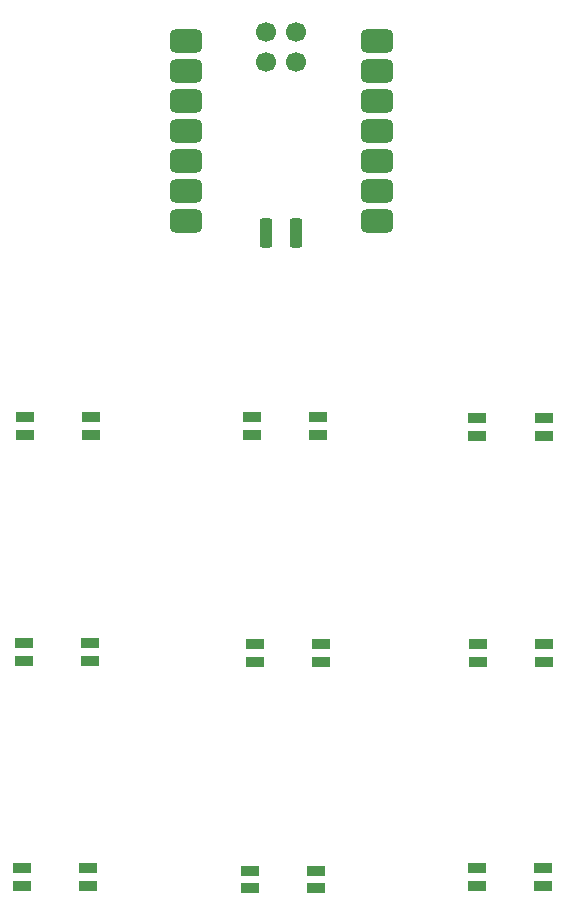
<source format=gbr>
%TF.GenerationSoftware,KiCad,Pcbnew,9.0.1*%
%TF.CreationDate,2025-06-05T14:05:19-05:00*%
%TF.ProjectId,CopyPAD,436f7079-5041-4442-9e6b-696361645f70,rev?*%
%TF.SameCoordinates,Original*%
%TF.FileFunction,Paste,Bot*%
%TF.FilePolarity,Positive*%
%FSLAX46Y46*%
G04 Gerber Fmt 4.6, Leading zero omitted, Abs format (unit mm)*
G04 Created by KiCad (PCBNEW 9.0.1) date 2025-06-05 14:05:19*
%MOMM*%
%LPD*%
G01*
G04 APERTURE LIST*
G04 Aperture macros list*
%AMRoundRect*
0 Rectangle with rounded corners*
0 $1 Rounding radius*
0 $2 $3 $4 $5 $6 $7 $8 $9 X,Y pos of 4 corners*
0 Add a 4 corners polygon primitive as box body*
4,1,4,$2,$3,$4,$5,$6,$7,$8,$9,$2,$3,0*
0 Add four circle primitives for the rounded corners*
1,1,$1+$1,$2,$3*
1,1,$1+$1,$4,$5*
1,1,$1+$1,$6,$7*
1,1,$1+$1,$8,$9*
0 Add four rect primitives between the rounded corners*
20,1,$1+$1,$2,$3,$4,$5,0*
20,1,$1+$1,$4,$5,$6,$7,0*
20,1,$1+$1,$6,$7,$8,$9,0*
20,1,$1+$1,$8,$9,$2,$3,0*%
G04 Aperture macros list end*
%ADD10RoundRect,0.500000X0.875000X0.500000X-0.875000X0.500000X-0.875000X-0.500000X0.875000X-0.500000X0*%
%ADD11RoundRect,0.275000X-0.275000X0.975000X-0.275000X-0.975000X0.275000X-0.975000X0.275000X0.975000X0*%
%ADD12C,1.700000*%
%ADD13R,1.500000X0.820000*%
G04 APERTURE END LIST*
D10*
%TO.C,U1*%
X66003171Y-19185357D03*
X66003171Y-21725357D03*
X66003171Y-24265357D03*
X66003171Y-26805357D03*
X66003171Y-29345357D03*
X66003171Y-31885357D03*
X66003171Y-34425357D03*
X49838171Y-34425357D03*
X49838171Y-31885357D03*
X49838171Y-29345357D03*
X49838171Y-26805357D03*
X49838171Y-24265357D03*
X49838171Y-21725357D03*
X49838171Y-19185357D03*
D11*
X59091171Y-35445357D03*
X56551171Y-35445357D03*
D12*
X59091171Y-18427357D03*
X56551171Y-18427357D03*
X59091171Y-20967357D03*
X56551171Y-20967357D03*
%TD*%
D13*
%TO.C,D11*%
X36096907Y-70151575D03*
X36096907Y-71651575D03*
X41696907Y-71651575D03*
X41696907Y-70151575D03*
%TD*%
%TO.C,D16*%
X74483108Y-51101575D03*
X74483108Y-52601575D03*
X80083108Y-52601575D03*
X80083108Y-51101575D03*
%TD*%
%TO.C,D17*%
X74522545Y-70253934D03*
X74522545Y-71753934D03*
X80122545Y-71753934D03*
X80122545Y-70253934D03*
%TD*%
%TO.C,D14*%
X55635088Y-70250021D03*
X55635088Y-71750021D03*
X61235088Y-71750021D03*
X61235088Y-70250021D03*
%TD*%
%TO.C,D12*%
X35953838Y-89201575D03*
X35953838Y-90701575D03*
X41553838Y-90701575D03*
X41553838Y-89201575D03*
%TD*%
%TO.C,D15*%
X55198292Y-89428833D03*
X55198292Y-90928833D03*
X60798292Y-90928833D03*
X60798292Y-89428833D03*
%TD*%
%TO.C,D1*%
X36140392Y-51044794D03*
X36140392Y-52544794D03*
X41740392Y-52544794D03*
X41740392Y-51044794D03*
%TD*%
%TO.C,D13*%
X55368531Y-51044794D03*
X55368531Y-52544794D03*
X60968531Y-52544794D03*
X60968531Y-51044794D03*
%TD*%
%TO.C,D18*%
X74435601Y-89199238D03*
X74435601Y-90699238D03*
X80035601Y-90699238D03*
X80035601Y-89199238D03*
%TD*%
M02*

</source>
